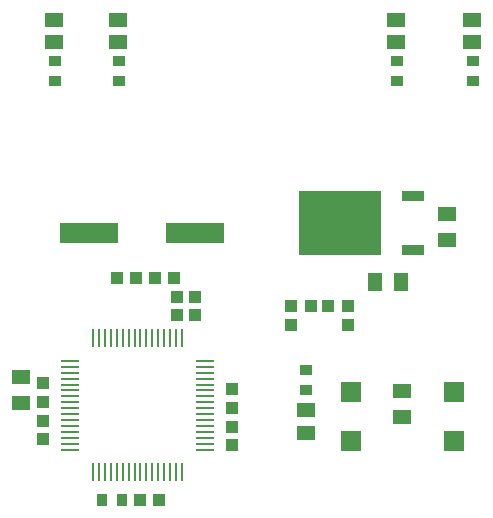
<source format=gtp>
%FSLAX24Y24*%
%MOIN*%
G70*
G01*
G75*
G04 Layer_Color=8421504*
%ADD10R,0.0669X0.0709*%
%ADD11R,0.0394X0.0394*%
%ADD12R,0.0614X0.0110*%
%ADD13R,0.0110X0.0614*%
%ADD14R,0.0394X0.0394*%
%ADD15R,0.0354X0.0394*%
%ADD16R,0.0591X0.0472*%
%ADD17R,0.0591X0.0512*%
%ADD18R,0.0394X0.0354*%
%ADD19R,0.0472X0.0591*%
%ADD20R,0.0748X0.0374*%
%ADD21R,0.2717X0.2165*%
%ADD22R,0.0433X0.0394*%
%ADD23R,0.1968X0.0669*%
%ADD24C,0.0118*%
%ADD25C,0.0394*%
%ADD26C,0.0197*%
%ADD27C,0.0669*%
%ADD28C,0.0709*%
%ADD29R,0.0787X0.0787*%
%ADD30C,0.0787*%
%ADD31C,0.0315*%
%ADD32C,0.0787*%
%ADD33C,0.0098*%
%ADD34C,0.0050*%
%ADD35C,0.0100*%
%ADD36C,0.0060*%
%ADD37C,0.0047*%
%ADD38C,0.0079*%
%ADD39C,0.0071*%
%ADD40C,0.0157*%
D10*
X11575Y7830D02*
D03*
Y9444D02*
D03*
X15000Y7830D02*
D03*
Y9444D02*
D03*
D11*
X4528Y5866D02*
D03*
X5157D02*
D03*
X6378Y12638D02*
D03*
X5748D02*
D03*
X6378Y12008D02*
D03*
X5748D02*
D03*
X3780Y13268D02*
D03*
X4409D02*
D03*
X5669D02*
D03*
X5039D02*
D03*
D12*
X2213Y7539D02*
D03*
Y7736D02*
D03*
Y7933D02*
D03*
Y8130D02*
D03*
Y8327D02*
D03*
Y8524D02*
D03*
Y8720D02*
D03*
Y8917D02*
D03*
Y9114D02*
D03*
Y9311D02*
D03*
Y9508D02*
D03*
Y9705D02*
D03*
Y9902D02*
D03*
Y10098D02*
D03*
Y10295D02*
D03*
Y10492D02*
D03*
X6685D02*
D03*
Y10295D02*
D03*
Y10098D02*
D03*
Y9902D02*
D03*
Y9705D02*
D03*
Y9508D02*
D03*
Y9311D02*
D03*
Y9114D02*
D03*
Y8917D02*
D03*
Y8720D02*
D03*
Y8524D02*
D03*
Y8327D02*
D03*
Y8130D02*
D03*
Y7933D02*
D03*
Y7736D02*
D03*
Y7539D02*
D03*
D13*
X2972Y11252D02*
D03*
X3169D02*
D03*
X3366D02*
D03*
X3563D02*
D03*
X3760D02*
D03*
X3957D02*
D03*
X4154D02*
D03*
X4350D02*
D03*
X4547D02*
D03*
X4744D02*
D03*
X4941D02*
D03*
X5138D02*
D03*
X5335D02*
D03*
X5531D02*
D03*
X5728D02*
D03*
X5925D02*
D03*
Y6780D02*
D03*
X5728D02*
D03*
X5531D02*
D03*
X5335D02*
D03*
X5138D02*
D03*
X4941D02*
D03*
X4744D02*
D03*
X4547D02*
D03*
X4350D02*
D03*
X4154D02*
D03*
X3957D02*
D03*
X3760D02*
D03*
X3563D02*
D03*
X3366D02*
D03*
X3169D02*
D03*
X2972D02*
D03*
D14*
X7598Y8937D02*
D03*
Y9567D02*
D03*
X1299Y9134D02*
D03*
Y9764D02*
D03*
Y7874D02*
D03*
Y8504D02*
D03*
X7598Y8307D02*
D03*
Y7677D02*
D03*
X11457Y12331D02*
D03*
Y11701D02*
D03*
X9567Y12331D02*
D03*
Y11701D02*
D03*
D15*
X3917Y5866D02*
D03*
X3248D02*
D03*
D16*
X551Y9094D02*
D03*
Y9961D02*
D03*
X13268Y9496D02*
D03*
Y8630D02*
D03*
X14764Y15402D02*
D03*
Y14535D02*
D03*
D17*
X10079Y8098D02*
D03*
Y8846D02*
D03*
X1673Y21870D02*
D03*
Y21122D02*
D03*
X15610Y21870D02*
D03*
Y21122D02*
D03*
X13071Y21870D02*
D03*
Y21122D02*
D03*
X3799Y21870D02*
D03*
Y21122D02*
D03*
D18*
X10079Y10185D02*
D03*
Y9516D02*
D03*
X1693Y19823D02*
D03*
Y20492D02*
D03*
X15630Y19823D02*
D03*
Y20492D02*
D03*
X13091Y19823D02*
D03*
Y20492D02*
D03*
X3819Y19823D02*
D03*
Y20492D02*
D03*
D19*
X12362Y13110D02*
D03*
X13228D02*
D03*
D20*
X13642Y14189D02*
D03*
Y15984D02*
D03*
D21*
X11201Y15087D02*
D03*
D22*
X10217Y12331D02*
D03*
X10807D02*
D03*
D23*
X6378Y14764D02*
D03*
X2835D02*
D03*
M02*

</source>
